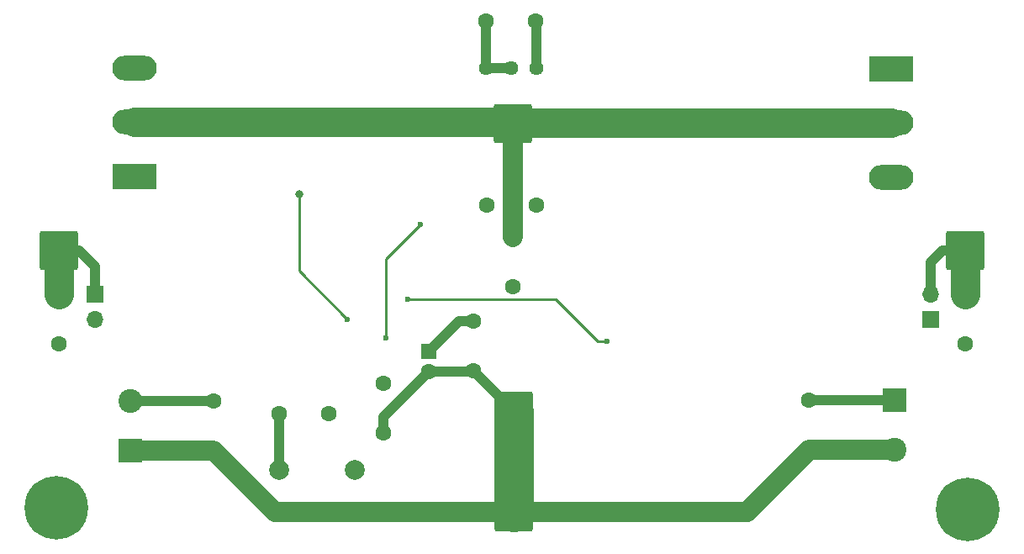
<source format=gbr>
G04 #@! TF.GenerationSoftware,KiCad,Pcbnew,(6.0.0-0)*
G04 #@! TF.CreationDate,2021-12-28T20:08:19+01:00*
G04 #@! TF.ProjectId,amp-mosfet-80w,616d702d-6d6f-4736-9665-742d3830772e,rev?*
G04 #@! TF.SameCoordinates,Original*
G04 #@! TF.FileFunction,Copper,L2,Bot*
G04 #@! TF.FilePolarity,Positive*
%FSLAX46Y46*%
G04 Gerber Fmt 4.6, Leading zero omitted, Abs format (unit mm)*
G04 Created by KiCad (PCBNEW (6.0.0-0)) date 2021-12-28 20:08:19*
%MOMM*%
%LPD*%
G01*
G04 APERTURE LIST*
G04 Aperture macros list*
%AMRoundRect*
0 Rectangle with rounded corners*
0 $1 Rounding radius*
0 $2 $3 $4 $5 $6 $7 $8 $9 X,Y pos of 4 corners*
0 Add a 4 corners polygon primitive as box body*
4,1,4,$2,$3,$4,$5,$6,$7,$8,$9,$2,$3,0*
0 Add four circle primitives for the rounded corners*
1,1,$1+$1,$2,$3*
1,1,$1+$1,$4,$5*
1,1,$1+$1,$6,$7*
1,1,$1+$1,$8,$9*
0 Add four rect primitives between the rounded corners*
20,1,$1+$1,$2,$3,$4,$5,0*
20,1,$1+$1,$4,$5,$6,$7,0*
20,1,$1+$1,$6,$7,$8,$9,0*
20,1,$1+$1,$8,$9,$2,$3,0*%
G04 Aperture macros list end*
G04 #@! TA.AperFunction,ComponentPad*
%ADD10C,1.600000*%
G04 #@! TD*
G04 #@! TA.AperFunction,ComponentPad*
%ADD11R,1.600000X1.600000*%
G04 #@! TD*
G04 #@! TA.AperFunction,ComponentPad*
%ADD12R,2.400000X2.400000*%
G04 #@! TD*
G04 #@! TA.AperFunction,ComponentPad*
%ADD13C,2.400000*%
G04 #@! TD*
G04 #@! TA.AperFunction,ComponentPad*
%ADD14C,2.000000*%
G04 #@! TD*
G04 #@! TA.AperFunction,ComponentPad*
%ADD15RoundRect,0.250001X-1.699999X-1.699999X1.699999X-1.699999X1.699999X1.699999X-1.699999X1.699999X0*%
G04 #@! TD*
G04 #@! TA.AperFunction,ComponentPad*
%ADD16R,1.700000X1.700000*%
G04 #@! TD*
G04 #@! TA.AperFunction,ComponentPad*
%ADD17O,1.700000X1.700000*%
G04 #@! TD*
G04 #@! TA.AperFunction,ComponentPad*
%ADD18C,6.400000*%
G04 #@! TD*
G04 #@! TA.AperFunction,ComponentPad*
%ADD19C,0.800000*%
G04 #@! TD*
G04 #@! TA.AperFunction,ComponentPad*
%ADD20C,1.440000*%
G04 #@! TD*
G04 #@! TA.AperFunction,ComponentPad*
%ADD21R,4.500000X2.500000*%
G04 #@! TD*
G04 #@! TA.AperFunction,ComponentPad*
%ADD22O,4.500000X2.500000*%
G04 #@! TD*
G04 #@! TA.AperFunction,ViaPad*
%ADD23C,0.800000*%
G04 #@! TD*
G04 #@! TA.AperFunction,ViaPad*
%ADD24C,0.600000*%
G04 #@! TD*
G04 #@! TA.AperFunction,Conductor*
%ADD25C,1.000000*%
G04 #@! TD*
G04 #@! TA.AperFunction,Conductor*
%ADD26C,2.000000*%
G04 #@! TD*
G04 #@! TA.AperFunction,Conductor*
%ADD27C,4.000000*%
G04 #@! TD*
G04 #@! TA.AperFunction,Conductor*
%ADD28C,3.000000*%
G04 #@! TD*
G04 #@! TA.AperFunction,Conductor*
%ADD29C,0.250000*%
G04 #@! TD*
G04 APERTURE END LIST*
D10*
X140890000Y-86106000D03*
X135890000Y-86106000D03*
X146367500Y-83121500D03*
X146367500Y-88121500D03*
X161798000Y-65151000D03*
X156798000Y-65151000D03*
D11*
X150939500Y-79883000D03*
D10*
X150939500Y-81883000D03*
X155448000Y-76835000D03*
X155448000Y-81835000D03*
X189230000Y-84789000D03*
X189230000Y-89789000D03*
D12*
X197866000Y-84772500D03*
D13*
X197866000Y-89772500D03*
D10*
X159385000Y-68326000D03*
X159385000Y-73326000D03*
D14*
X135890000Y-91821000D03*
X143446500Y-91821000D03*
D15*
X204978000Y-69723000D03*
X159385000Y-56896000D03*
X159448500Y-85852000D03*
X159448500Y-96012000D03*
D16*
X201485500Y-76644500D03*
D17*
X201485500Y-74104500D03*
D18*
X113411000Y-95631000D03*
D19*
X113411000Y-93231000D03*
X113411000Y-98031000D03*
X111713944Y-93933944D03*
X111011000Y-95631000D03*
X115108056Y-93933944D03*
X111713944Y-97328056D03*
X115108056Y-97328056D03*
X115811000Y-95631000D03*
X203534944Y-94060944D03*
X206929056Y-97455056D03*
D18*
X205232000Y-95758000D03*
D19*
X202832000Y-95758000D03*
X205232000Y-98158000D03*
X203534944Y-97455056D03*
X206929056Y-94060944D03*
X205232000Y-93358000D03*
X207632000Y-95758000D03*
D10*
X204978000Y-74104500D03*
X204978000Y-79104500D03*
X129286000Y-89836000D03*
X129286000Y-84836000D03*
D12*
X120904000Y-89836000D03*
D13*
X120904000Y-84836000D03*
D15*
X113665000Y-69723000D03*
D16*
X117284500Y-74104500D03*
D17*
X117284500Y-76644500D03*
D10*
X113665000Y-79104500D03*
X113665000Y-74104500D03*
X156718000Y-46609000D03*
X161718000Y-46609000D03*
D20*
X161798000Y-51308000D03*
X159258000Y-51308000D03*
X156718000Y-51308000D03*
D21*
X121285000Y-62230000D03*
D22*
X121285000Y-56780000D03*
X121285000Y-51330000D03*
D21*
X197485000Y-51435000D03*
D22*
X197485000Y-56885000D03*
X197485000Y-62335000D03*
D23*
X137858500Y-64008000D03*
D24*
X142748000Y-76644500D03*
X146621500Y-78549500D03*
X150114000Y-67056000D03*
X168846500Y-78867000D03*
X148844000Y-74612500D03*
D25*
X135890000Y-91821000D02*
X135890000Y-86106000D01*
D26*
X159448500Y-96012000D02*
X183007000Y-96012000D01*
X183007000Y-96012000D02*
X189230000Y-89789000D01*
D27*
X159448500Y-96012000D02*
X159448500Y-85852000D01*
D25*
X146367500Y-86455000D02*
X150939500Y-81883000D01*
X155448000Y-81835000D02*
X155448000Y-81851500D01*
X146367500Y-88121500D02*
X146367500Y-86455000D01*
D26*
X135462000Y-96012000D02*
X129286000Y-89836000D01*
X159448500Y-96012000D02*
X135462000Y-96012000D01*
D25*
X150939500Y-81883000D02*
X155400000Y-81883000D01*
D26*
X197849500Y-89789000D02*
X197866000Y-89772500D01*
D25*
X155448000Y-81851500D02*
X159448500Y-85852000D01*
D26*
X189230000Y-89789000D02*
X197849500Y-89789000D01*
X129286000Y-89836000D02*
X120904000Y-89836000D01*
D25*
X155400000Y-81883000D02*
X155448000Y-81835000D01*
X153987500Y-76835000D02*
X150939500Y-79883000D01*
X155448000Y-76835000D02*
X153987500Y-76835000D01*
D28*
X159396000Y-56885000D02*
X197485000Y-56885000D01*
X159385000Y-56896000D02*
X159396000Y-56885000D01*
D26*
X159385000Y-56896000D02*
X159385000Y-68326000D01*
D28*
X159385000Y-56896000D02*
X159269000Y-56780000D01*
X159269000Y-56780000D02*
X121285000Y-56780000D01*
D25*
X161798000Y-51308000D02*
X161798000Y-46689000D01*
X159258000Y-51308000D02*
X156718000Y-51308000D01*
X156718000Y-51308000D02*
X156718000Y-46609000D01*
D29*
X142748000Y-76644500D02*
X137858500Y-71755000D01*
X137858500Y-71755000D02*
X137858500Y-64008000D01*
D25*
X189246500Y-84772500D02*
X189230000Y-84789000D01*
X197866000Y-84772500D02*
X189246500Y-84772500D01*
X129286000Y-84836000D02*
X120904000Y-84836000D01*
D29*
X146621500Y-78549500D02*
X146621500Y-70548500D01*
X146621500Y-70548500D02*
X150114000Y-67056000D01*
D25*
X201485500Y-70866000D02*
X201485500Y-74104500D01*
D28*
X204978000Y-74104500D02*
X204978000Y-69723000D01*
D25*
X202628500Y-69723000D02*
X201485500Y-70866000D01*
X204978000Y-69723000D02*
X202628500Y-69723000D01*
X117284500Y-71310500D02*
X117284500Y-74104500D01*
X115697000Y-69723000D02*
X117284500Y-71310500D01*
X113665000Y-69723000D02*
X115697000Y-69723000D01*
D28*
X113665000Y-74104500D02*
X113665000Y-69723000D01*
D29*
X167957500Y-78867000D02*
X168846500Y-78867000D01*
X163703000Y-74612500D02*
X167957500Y-78867000D01*
X148844000Y-74612500D02*
X163703000Y-74612500D01*
M02*

</source>
